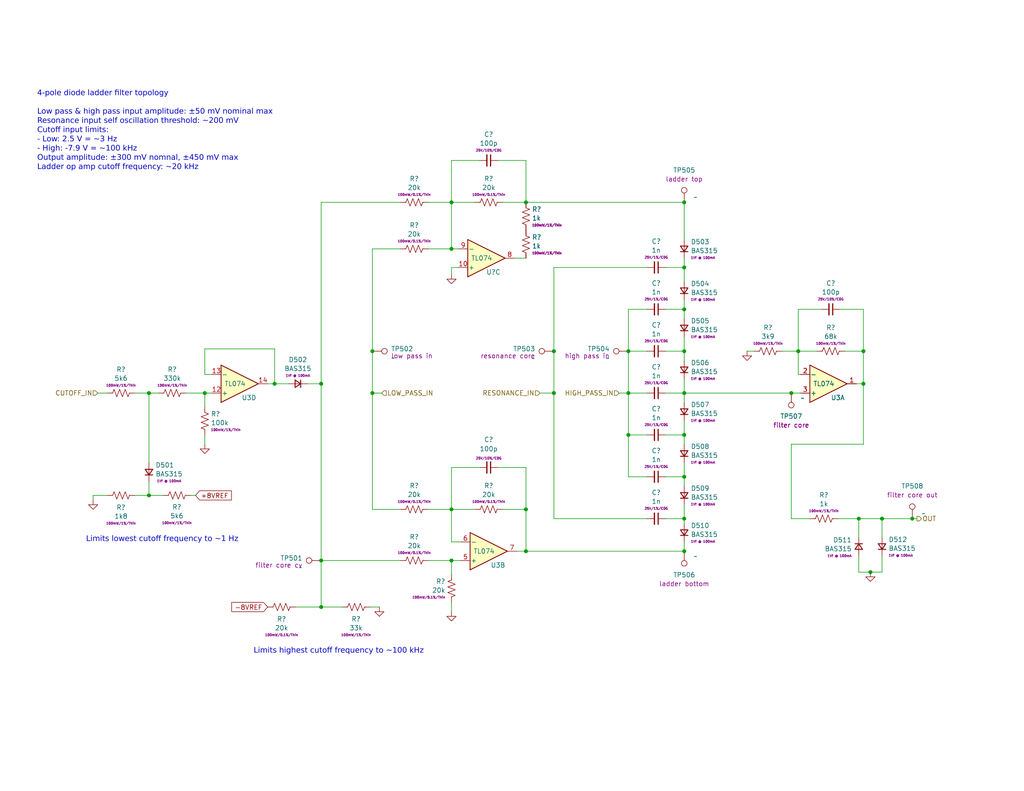
<source format=kicad_sch>
(kicad_sch (version 20250114) (generator "eeschema") (generator_version "9.0")
  (paper "USLetter")
  (title_block (title "Neptune") (date "2023-11-09") (rev "v3") (company "Winterbloom") (comment 1 "Carson Walls") (comment 2 "CERN-OHL-P v2") (comment 3 "neptune.wntr.dev"))
  (lib_symbols
    (symbol "Connector:TestPoint" (pin_numbers (hide yes)) (pin_names (offset 0.762) (hide yes))
      (property "Reference" "TP" (at 0 6.858 0))
      (property "Value" "TestPoint" (at 0 5.08 0))
      (symbol "TestPoint_0_1"
        (circle (center 0 3.302) (radius 0.762))
      )
      (symbol "TestPoint_1_1"
        (pin passive line (at 0 0 90) (length 2.54) (name "1") (number "1"))
      )
    )
    (symbol "Device:C_Small" (pin_numbers (hide yes)) (pin_names (offset 0.254) (hide yes))
      (property "Reference" "C" (at 0.254 1.778 0))
      (property "Value" "C_Small" (at 0.254 -2.032 0))
      (symbol "C_Small_0_1"
        (polyline (pts (xy -1.524 0.508) (xy 1.524 0.508)) (stroke (width 0.3048)))
        (polyline (pts (xy -1.524 -0.508) (xy 1.524 -0.508)) (stroke (width 0.3302)))
      )
      (symbol "C_Small_1_1"
        (pin passive line (at 0 2.54 270) (length 2.032) (name "~") (number "1"))
        (pin passive line (at 0 -2.54 90) (length 2.032) (name "~") (number "2"))
      )
    )
    (symbol "Device:D_Small" (pin_numbers (hide yes)) (pin_names (offset 0.254) (hide yes))
      (property "Reference" "D" (at -1.27 2.032 0))
      (property "Value" "D_Small" (at -3.81 -2.032 0))
      (symbol "D_Small_0_1"
        (polyline (pts (xy -0.762 0) (xy 0.762 0)))
        (polyline (pts (xy -0.762 -1.016) (xy -0.762 1.016)) (stroke (width 0.254)))
        (polyline (pts (xy 0.762 -1.016) (xy -0.762 0) (xy 0.762 1.016) (xy 0.762 -1.016)) (stroke (width 0.254)))
      )
      (symbol "D_Small_1_1"
        (pin passive line (at -2.54 0 0) (length 1.778) (name "K") (number "1"))
        (pin passive line (at 2.54 0 180) (length 1.778) (name "A") (number "2"))
      )
    )
    (symbol "Device:R_US" (pin_numbers (hide yes)) (pin_names (offset 0))
      (property "Reference" "R" (at 2.54 0 90))
      (property "Value" "R_US" (at -2.54 0 90))
      (symbol "R_US_0_1"
        (polyline (pts (xy 0 2.286) (xy 0 2.54)))
        (polyline (pts (xy 0 2.286) (xy 1.016 1.905) (xy 0 1.524) (xy -1.016 1.143) (xy 0 0.762)))
        (polyline (pts (xy 0 0.762) (xy 1.016 0.381) (xy 0 0) (xy -1.016 -0.381) (xy 0 -0.762)))
        (polyline (pts (xy 0 -0.762) (xy 1.016 -1.143) (xy 0 -1.524) (xy -1.016 -1.905) (xy 0 -2.286)))
        (polyline (pts (xy 0 -2.286) (xy 0 -2.54)))
      )
      (symbol "R_US_1_1"
        (pin passive line (at 0 3.81 270) (length 1.27) (name "~") (number "1"))
        (pin passive line (at 0 -3.81 90) (length 1.27) (name "~") (number "2"))
      )
    )
    (symbol "power:GND" (power) (pin_names (offset 0))
      (property "Value" "GND" (at 0 -3.81 0))
      (symbol "GND_0_1"
        (polyline (pts (xy 0 0) (xy 0 -1.27) (xy 1.27 -1.27) (xy 0 -2.54) (xy -1.27 -1.27) (xy 0 -1.27)))
      )
      (symbol "GND_1_1"
        (pin power_in line (at 0 0 270) (length 0) (hide yes) (name "GND") (number "1"))
      )
    )
    (symbol "winterbloom:TL074" (pin_names (offset 0.127))
      (property "Reference" "U" (at 0 3.81 0))
      (property "Value" "TL074" (at 0 -3.81 0))
      (symbol "TL074_1_1"
        (polyline (pts (xy -5.08 5.08) (xy 5.08 0) (xy -5.08 -5.08) (xy -5.08 5.08)) (stroke (width 0.254)) (fill (type background)))
        (pin input line (at -7.62 2.54 0) (length 2.54) (name "+") (number "3"))
        (pin input line (at -7.62 -2.54 0) (length 2.54) (name "-") (number "2"))
        (pin output line (at 7.62 0 180) (length 2.54) (name "~") (number "1"))
      )
      (symbol "TL074_2_1"
        (polyline (pts (xy -5.08 5.08) (xy 5.08 0) (xy -5.08 -5.08) (xy -5.08 5.08)) (stroke (width 0.254)) (fill (type background)))
        (pin input line (at -7.62 2.54 0) (length 2.54) (name "+") (number "5"))
        (pin input line (at -7.62 -2.54 0) (length 2.54) (name "-") (number "6"))
        (pin output line (at 7.62 0 180) (length 2.54) (name "~") (number "7"))
      )
      (symbol "TL074_3_1"
        (polyline (pts (xy -5.08 5.08) (xy 5.08 0) (xy -5.08 -5.08) (xy -5.08 5.08)) (stroke (width 0.254)) (fill (type background)))
        (pin input line (at -7.62 2.54 0) (length 2.54) (name "+") (number "10"))
        (pin input line (at -7.62 -2.54 0) (length 2.54) (name "-") (number "9"))
        (pin output line (at 7.62 0 180) (length 2.54) (name "~") (number "8"))
      )
      (symbol "TL074_4_1"
        (polyline (pts (xy -5.08 5.08) (xy 5.08 0) (xy -5.08 -5.08) (xy -5.08 5.08)) (stroke (width 0.254)) (fill (type background)))
        (pin input line (at -7.62 2.54 0) (length 2.54) (name "+") (number "12"))
        (pin input line (at -7.62 -2.54 0) (length 2.54) (name "-") (number "13"))
        (pin output line (at 7.62 0 180) (length 2.54) (name "~") (number "14"))
      )
      (symbol "TL074_5_1"
        (polyline (pts (xy -5.08 5.08) (xy 5.08 0) (xy -5.08 -5.08) (xy -5.08 5.08)) (stroke (width 0.254)) (fill (type background)))
        (pin power_in line (at -2.54 7.62 270) (length 3.81) (name "V+") (number "4"))
        (pin power_in line (at -2.54 -7.62 90) (length 3.81) (name "V-") (number "11"))
      )
    )
  )
  (text "4-pole diode ladder filter topology\n\nLow pass & high pass input amplitude: ±50 mV nominal max\nResonance input self oscillation threshold: ~200 mV\nCutoff input limits:\n- Low: 2.5 V = ~3 Hz\n- High: -7.9 V = ~100 kHz\nOutput amplitude: ±300 mV nomnal, ±450 mV max\nLadder op amp cutoff frequency: ~20 kHz\n\n\n" (at 10.16 52.07 0) (effects (font (size 1.5 1.5)) (justify left bottom)))
  (text "Limits highest cutoff frequency to ~100 kHz" (at 69.215 179.07 0) (effects (font (size 1.5 1.5)) (justify left bottom)))
  (text "Limits lowest cutoff frequency to ~1 Hz" (at 23.495 148.59 0) (effects (font (size 1.5 1.5)) (justify left bottom)))
  (junction (at 186.69 84.455))
  (junction (at 143.51 150.495))
  (junction (at 40.64 107.315))
  (junction (at 215.9 107.315))
  (junction (at 123.19 67.945))
  (junction (at 186.69 150.495))
  (junction (at 186.69 118.745))
  (junction (at 248.92 141.605))
  (junction (at 171.45 107.315))
  (junction (at 186.69 141.605))
  (junction (at 186.69 73.025))
  (junction (at 186.69 55.245))
  (junction (at 151.13 95.885))
  (junction (at 87.63 165.735))
  (junction (at 55.88 107.315))
  (junction (at 240.665 141.605))
  (junction (at 123.19 139.065))
  (junction (at 87.63 153.035))
  (junction (at 234.315 141.605))
  (junction (at 235.585 104.775))
  (junction (at 123.19 153.035))
  (junction (at 217.805 95.885))
  (junction (at 186.69 130.175))
  (junction (at 237.49 156.21))
  (junction (at 87.63 104.775))
  (junction (at 143.51 55.245))
  (junction (at 171.45 118.745))
  (junction (at 186.69 95.885))
  (junction (at 101.6 107.315))
  (junction (at 186.69 107.315))
  (junction (at 171.45 95.885))
  (junction (at 123.19 55.245))
  (junction (at 101.6 95.885))
  (junction (at 151.13 107.315))
  (junction (at 40.64 135.255))
  (junction (at 235.585 95.885))
  (junction (at 143.51 139.065))
  (junction (at 74.93 104.775))
  (wire (pts (xy 234.315 141.605) (xy 234.315 146.685)))
  (wire (pts (xy 171.45 84.455) (xy 171.45 95.885)))
  (wire (pts (xy 234.315 151.765) (xy 234.315 156.21)))
  (wire (pts (xy 215.9 141.605) (xy 215.9 121.285)))
  (wire (pts (xy 25.4 135.255) (xy 29.21 135.255)))
  (wire (pts (xy 116.84 153.035) (xy 123.19 153.035)))
  (wire (pts (xy 55.88 107.315) (xy 55.88 111.125)))
  (wire (pts (xy 248.92 141.605) (xy 250.19 141.605)))
  (wire (pts (xy 101.6 139.065) (xy 109.22 139.065)))
  (wire (pts (xy 228.6 141.605) (xy 234.315 141.605)))
  (wire (pts (xy 143.51 55.245) (xy 186.69 55.245)))
  (wire (pts (xy 55.88 118.745) (xy 55.88 121.285)))
  (wire (pts (xy 123.19 139.065) (xy 129.54 139.065)))
  (wire (pts (xy 123.19 164.465) (xy 123.19 167.005)))
  (wire (pts (xy 123.19 43.815) (xy 123.19 55.245)))
  (wire (pts (xy 186.69 141.605) (xy 186.69 142.875)))
  (wire (pts (xy 217.805 102.235) (xy 218.44 102.235)))
  (wire (pts (xy 240.665 156.21) (xy 240.665 151.765)))
  (wire (pts (xy 123.19 55.245) (xy 129.54 55.245)))
  (wire (pts (xy 104.14 107.315) (xy 101.6 107.315)))
  (wire (pts (xy 80.645 165.735) (xy 87.63 165.735)))
  (wire (pts (xy 74.93 95.25) (xy 74.93 104.775)))
  (wire (pts (xy 151.13 73.025) (xy 151.13 95.885)))
  (wire (pts (xy 123.19 67.945) (xy 125.095 67.945)))
  (wire (pts (xy 123.19 153.035) (xy 125.73 153.035)))
  (wire (pts (xy 186.69 55.245) (xy 186.69 65.405)))
  (wire (pts (xy 130.81 127.635) (xy 123.19 127.635)))
  (wire (pts (xy 36.83 107.315) (xy 40.64 107.315)))
  (wire (pts (xy 101.6 107.315) (xy 101.6 139.065)))
  (wire (pts (xy 181.61 73.025) (xy 186.69 73.025)))
  (wire (pts (xy 50.8 107.315) (xy 55.88 107.315)))
  (wire (pts (xy 217.805 95.885) (xy 222.885 95.885)))
  (wire (pts (xy 137.16 55.245) (xy 143.51 55.245)))
  (wire (pts (xy 87.63 153.035) (xy 87.63 165.735)))
  (wire (pts (xy 181.61 118.745) (xy 186.69 118.745)))
  (wire (pts (xy 143.51 139.065) (xy 143.51 127.635)))
  (wire (pts (xy 123.19 127.635) (xy 123.19 139.065)))
  (wire (pts (xy 233.68 104.775) (xy 235.585 104.775)))
  (wire (pts (xy 116.84 67.945) (xy 123.19 67.945)))
  (wire (pts (xy 171.45 107.315) (xy 176.53 107.315)))
  (wire (pts (xy 186.69 107.315) (xy 186.69 109.855)))
  (wire (pts (xy 186.69 130.175) (xy 186.69 132.715)))
  (wire (pts (xy 143.51 150.495) (xy 186.69 150.495)))
  (wire (pts (xy 237.49 156.21) (xy 240.665 156.21)))
  (wire (pts (xy 87.63 153.035) (xy 109.22 153.035)))
  (wire (pts (xy 140.335 70.485) (xy 143.51 70.485)))
  (wire (pts (xy 151.13 95.885) (xy 151.13 107.315)))
  (wire (pts (xy 101.6 67.945) (xy 101.6 95.885)))
  (wire (pts (xy 55.88 107.315) (xy 57.785 107.315)))
  (wire (pts (xy 143.51 127.635) (xy 135.89 127.635)))
  (wire (pts (xy 87.63 55.245) (xy 87.63 104.775)))
  (wire (pts (xy 215.9 107.315) (xy 218.44 107.315)))
  (wire (pts (xy 147.32 107.315) (xy 151.13 107.315)))
  (wire (pts (xy 44.45 135.255) (xy 40.64 135.255)))
  (wire (pts (xy 74.93 95.25) (xy 55.88 95.25)))
  (wire (pts (xy 52.07 135.255) (xy 53.34 135.255)))
  (wire (pts (xy 181.61 95.885) (xy 186.69 95.885)))
  (wire (pts (xy 217.805 84.455) (xy 224.155 84.455)))
  (wire (pts (xy 73.025 104.775) (xy 74.93 104.775)))
  (wire (pts (xy 217.805 95.885) (xy 217.805 84.455)))
  (wire (pts (xy 186.69 92.075) (xy 186.69 95.885)))
  (wire (pts (xy 186.69 73.025) (xy 186.69 76.835)))
  (wire (pts (xy 215.9 121.285) (xy 235.585 121.285)))
  (wire (pts (xy 186.69 70.485) (xy 186.69 73.025)))
  (wire (pts (xy 235.585 95.885) (xy 235.585 104.775)))
  (wire (pts (xy 140.97 150.495) (xy 143.51 150.495)))
  (wire (pts (xy 87.63 104.775) (xy 87.63 153.035)))
  (wire (pts (xy 176.53 130.175) (xy 171.45 130.175)))
  (wire (pts (xy 181.61 130.175) (xy 186.69 130.175)))
  (wire (pts (xy 171.45 95.885) (xy 171.45 107.315)))
  (wire (pts (xy 151.13 73.025) (xy 176.53 73.025)))
  (wire (pts (xy 116.84 55.245) (xy 123.19 55.245)))
  (wire (pts (xy 40.64 131.445) (xy 40.64 135.255)))
  (wire (pts (xy 171.45 107.315) (xy 171.45 118.745)))
  (wire (pts (xy 123.19 73.025) (xy 125.095 73.025)))
  (wire (pts (xy 123.19 74.93) (xy 123.19 73.025)))
  (wire (pts (xy 74.93 104.775) (xy 78.74 104.775)))
  (wire (pts (xy 137.16 139.065) (xy 143.51 139.065)))
  (wire (pts (xy 186.69 107.315) (xy 215.9 107.315)))
  (wire (pts (xy 101.6 67.945) (xy 109.22 67.945)))
  (wire (pts (xy 123.19 153.035) (xy 123.19 156.845)))
  (wire (pts (xy 186.69 81.915) (xy 186.69 84.455)))
  (wire (pts (xy 130.81 43.815) (xy 123.19 43.815)))
  (wire (pts (xy 181.61 107.315) (xy 186.69 107.315)))
  (wire (pts (xy 186.69 98.425) (xy 186.69 95.885)))
  (wire (pts (xy 186.69 137.795) (xy 186.69 141.605)))
  (wire (pts (xy 186.69 126.365) (xy 186.69 130.175)))
  (wire (pts (xy 55.88 102.235) (xy 57.785 102.235)))
  (wire (pts (xy 171.45 118.745) (xy 171.45 130.175)))
  (wire (pts (xy 36.83 135.255) (xy 40.64 135.255)))
  (wire (pts (xy 205.74 95.885) (xy 203.835 95.885)))
  (wire (pts (xy 93.345 165.735) (xy 87.63 165.735)))
  (wire (pts (xy 151.13 107.315) (xy 151.13 141.605)))
  (wire (pts (xy 116.84 139.065) (xy 123.19 139.065)))
  (wire (pts (xy 176.53 118.745) (xy 171.45 118.745)))
  (wire (pts (xy 40.64 107.315) (xy 40.64 126.365)))
  (wire (pts (xy 143.51 43.815) (xy 135.89 43.815)))
  (wire (pts (xy 176.53 95.885) (xy 171.45 95.885)))
  (wire (pts (xy 101.6 95.885) (xy 101.6 107.315)))
  (wire (pts (xy 43.18 107.315) (xy 40.64 107.315)))
  (wire (pts (xy 235.585 121.285) (xy 235.585 104.775)))
  (wire (pts (xy 176.53 141.605) (xy 151.13 141.605)))
  (wire (pts (xy 235.585 84.455) (xy 235.585 95.885)))
  (wire (pts (xy 186.69 150.495) (xy 186.69 147.955)))
  (wire (pts (xy 109.22 55.245) (xy 87.63 55.245)))
  (wire (pts (xy 230.505 95.885) (xy 235.585 95.885)))
  (wire (pts (xy 229.235 84.455) (xy 235.585 84.455)))
  (wire (pts (xy 213.36 95.885) (xy 217.805 95.885)))
  (wire (pts (xy 181.61 84.455) (xy 186.69 84.455)))
  (wire (pts (xy 168.91 107.315) (xy 171.45 107.315)))
  (wire (pts (xy 215.9 141.605) (xy 220.98 141.605)))
  (wire (pts (xy 186.69 114.935) (xy 186.69 118.745)))
  (wire (pts (xy 83.82 104.775) (xy 87.63 104.775)))
  (wire (pts (xy 100.965 165.735) (xy 103.505 165.735)))
  (wire (pts (xy 143.51 139.065) (xy 143.51 150.495)))
  (wire (pts (xy 186.69 84.455) (xy 186.69 86.995)))
  (wire (pts (xy 25.4 135.255) (xy 25.4 136.525)))
  (wire (pts (xy 123.19 139.065) (xy 123.19 147.955)))
  (wire (pts (xy 181.61 141.605) (xy 186.69 141.605)))
  (wire (pts (xy 248.92 141.605) (xy 240.665 141.605)))
  (wire (pts (xy 234.315 156.21) (xy 237.49 156.21)))
  (wire (pts (xy 26.67 107.315) (xy 29.21 107.315)))
  (wire (pts (xy 217.805 95.885) (xy 217.805 102.235)))
  (wire (pts (xy 240.665 141.605) (xy 240.665 146.685)))
  (wire (pts (xy 186.69 103.505) (xy 186.69 107.315)))
  (wire (pts (xy 55.88 95.25) (xy 55.88 102.235)))
  (wire (pts (xy 143.51 55.245) (xy 143.51 43.815)))
  (wire (pts (xy 186.69 118.745) (xy 186.69 121.285)))
  (wire (pts (xy 123.19 55.245) (xy 123.19 67.945)))
  (wire (pts (xy 125.73 147.955) (xy 123.19 147.955)))
  (wire (pts (xy 176.53 84.455) (xy 171.45 84.455)))
  (wire (pts (xy 234.315 141.605) (xy 240.665 141.605)))
  (global_label "-8VREF" (shape input) (at 73.025 165.735 180) (property "Intersheetrefs" "${INTERSHEET_REFS}" (effects (hide yes))))
  (global_label "+8VREF" (shape input) (at 53.34 135.255 0) (property "Intersheetrefs" "${INTERSHEET_REFS}" (effects (hide yes))))
  (hierarchical_label "HIGH_PASS_IN" (shape input) (at 168.91 107.315 180))
  (hierarchical_label "RESONANCE_IN" (shape input) (at 147.32 107.315 180))
  (hierarchical_label "LOW_PASS_IN" (shape input) (at 104.14 107.315 0))
  (hierarchical_label "CUTOFF_IN" (shape input) (at 26.67 107.315 180))
  (hierarchical_label "OUT" (shape output) (at 250.19 141.605 0))
  (symbol (lib_id "Device:R_US") (at 113.03 153.035 270) (unit 1)
    (property "Reference" "R511" (at 113.03 146.5911 90))
    (property "Value" "20k" (at 113.03 149.0153 90))
    (property "Footprint" "winterbloom:R_0603_HandSolder" (effects (hide yes)))
    (property "Rating" "100mW/0.1%/Thin" (at 113.03 150.9327 90) (effects (font (size 0.64 0.64))))
    (property "DigiKey" "YAG1582CT-ND" (effects (hide yes)))
    (property "LCSC" "C723637" (effects (hide yes)))
    (property "Substitutes Allowed" "Ask" (effects (hide yes)))
    (property "MPN" "RT0603BRD0720KL" (effects (hide yes)))
    (instances (project "board" (path "" (reference "R?") (unit 1))) (project "mainboard" (path "" (reference "R511") (unit 1))))
  )
  (symbol (lib_id "Device:C_Small") (at 179.07 84.455 270) (unit 1)
    (property "Reference" "C504" (at 179.0636 77.338 90))
    (property "Value" "1n" (at 179.0636 79.7622 90))
    (property "Footprint" "winterbloom:C_0603_HandSolder" (effects (hide yes)))
    (property "Notes" "0603, 25V+, 1%" (effects (hide yes)))
    (property "Rating" "25V/1%/C0G" (at 179.0636 81.6796 90) (effects (font (size 0.64 0.64))))
    (property "DigiKey" "490-GCM1885C2A102FA16DCT-ND" (effects (hide yes)))
    (property "LCSC" "C2219251" (effects (hide yes)))
    (property "MPN" "GCM1885C2A102FA16D" (effects (hide yes)))
    (property "Substitutes Allowed" "Ask" (effects (hide yes)))
    (instances (project "board" (path "" (reference "C?") (unit 1))) (project "mainboard" (path "" (reference "C504") (unit 1))))
  )
  (symbol (lib_id "Device:D_Small") (at 186.69 123.825 270) (mirror x) (unit 1)
    (property "Reference" "D508" (at 188.468 121.9076 90) (effects (justify left)))
    (property "Value" "BAS315" (at 188.468 124.3318 90) (effects (justify left)))
    (property "Footprint" "winterbloom:D_SOD-323" (effects (hide yes)))
    (property "MPN" "BAS316,115" (effects (hide yes)))
    (property "Rating" "1Vf @ 100mA" (at 188.468 126.2492 90) (effects (font (size 0.64 0.64)) (justify left)))
    (property "Notes" "Audio path" (effects (hide yes)))
    (property "DigiKey" "1727-4309-2-ND" (effects (hide yes)))
    (property "LCSC" "C109218" (effects (hide yes)))
    (property "Substitutes Allowed" "No" (effects (hide yes)))
    (instances (project "mainboard" (path "" (reference "D508") (unit 1))) (project "Diode_Ladder_Filter_V0.5" (path "" (reference "D?") (unit 1))))
  )
  (symbol (lib_id "Connector:TestPoint") (at 151.13 95.885 90) (mirror x) (unit 1)
    (property "Reference" "TP503" (at 146.05 95.25 90) (effects (justify left)))
    (property "Value" "~" (at 146.05 97.79 90) (effects (justify left)))
    (property "Footprint" "TestPoint:TestPoint_Pad_D1.5mm" (effects (hide yes)))
    (property "Name" "resonance core" (at 146.05 97.155 90) (effects (justify left)))
  )
  (symbol (lib_id "Device:C_Small") (at 179.07 141.605 270) (unit 1)
    (property "Reference" "C509" (at 179.0636 134.488 90))
    (property "Value" "1n" (at 179.0636 136.9122 90))
    (property "Footprint" "winterbloom:C_0603_HandSolder" (effects (hide yes)))
    (property "Notes" "0603, 25V+, 1%" (effects (hide yes)))
    (property "Rating" "25V/1%/C0G" (at 179.0636 138.8296 90) (effects (font (size 0.64 0.64))))
    (property "DigiKey" "490-GCM1885C2A102FA16DCT-ND" (effects (hide yes)))
    (property "LCSC" "C2219251" (effects (hide yes)))
    (property "MPN" "GCM1885C2A102FA16D" (effects (hide yes)))
    (property "Substitutes Allowed" "Ask" (effects (hide yes)))
    (instances (project "board" (path "" (reference "C?") (unit 1))) (project "mainboard" (path "" (reference "C509") (unit 1))))
  )
  (symbol (lib_id "Device:R_US") (at 133.35 139.065 270) (unit 1)
    (property "Reference" "R514" (at 133.35 132.6211 90))
    (property "Value" "20k" (at 133.35 135.0453 90))
    (property "Footprint" "winterbloom:R_0603_HandSolder" (effects (hide yes)))
    (property "Rating" "100mW/0.1%/Thin" (at 133.35 136.9627 90) (effects (font (size 0.64 0.64))))
    (property "DigiKey" "YAG1582CT-ND" (effects (hide yes)))
    (property "LCSC" "C723637" (effects (hide yes)))
    (property "Substitutes Allowed" "Ask" (effects (hide yes)))
    (property "MPN" "RT0603BRD0720KL" (effects (hide yes)))
    (instances (project "board" (path "" (reference "R?") (unit 1))) (project "mainboard" (path "" (reference "R514") (unit 1))))
  )
  (symbol (lib_id "Device:R_US") (at 224.79 141.605 90) (unit 1)
    (property "Reference" "R519" (at 224.79 135.1611 90))
    (property "Value" "1k" (at 224.79 137.5853 90))
    (property "Footprint" "winterbloom:R_0603_HandSolder" (effects (hide yes)))
    (property "Rating" "100mW/1%/Thin" (at 224.79 139.5027 90) (effects (font (size 0.64 0.64))))
    (property "DigiKey" "YAG2323TR-ND" (effects (hide yes)))
    (property "LCSC" "C375503" (effects (hide yes)))
    (property "Substitutes Allowed" "Yes" (effects (hide yes)))
    (property "MPN" "RT0603FRE071KL" (effects (hide yes)))
    (instances (project "board" (path "" (reference "R?") (unit 1))) (project "mainboard" (path "" (reference "R519") (unit 1))))
  )
  (symbol (lib_id "Connector:TestPoint") (at 101.6 95.885 270) (unit 1)
    (property "Reference" "TP502" (at 106.68 95.25 90) (effects (justify left)))
    (property "Value" "~" (at 106.68 97.79 90) (effects (justify left)))
    (property "Footprint" "TestPoint:TestPoint_Pad_D1.5mm" (effects (hide yes)))
    (property "Name" "low pass in" (at 106.68 97.155 90) (effects (justify left)))
  )
  (symbol (lib_id "Device:C_Small") (at 179.07 130.175 270) (unit 1)
    (property "Reference" "C508" (at 179.0636 123.058 90))
    (property "Value" "1n" (at 179.0636 125.4822 90))
    (property "Footprint" "winterbloom:C_0603_HandSolder" (effects (hide yes)))
    (property "Notes" "0603, 25V+, 1%" (effects (hide yes)))
    (property "Rating" "25V/1%/C0G" (at 179.0636 127.3996 90) (effects (font (size 0.64 0.64))))
    (property "DigiKey" "490-GCM1885C2A102FA16DCT-ND" (effects (hide yes)))
    (property "LCSC" "C2219251" (effects (hide yes)))
    (property "MPN" "GCM1885C2A102FA16D" (effects (hide yes)))
    (property "Substitutes Allowed" "Ask" (effects (hide yes)))
    (instances (project "board" (path "" (reference "C?") (unit 1))) (project "mainboard" (path "" (reference "C508") (unit 1))))
  )
  (symbol (lib_id "Device:R_US") (at 113.03 67.945 270) (unit 1)
    (property "Reference" "R509" (at 113.03 61.5011 90))
    (property "Value" "20k" (at 113.03 63.9253 90))
    (property "Footprint" "winterbloom:R_0603_HandSolder" (effects (hide yes)))
    (property "Rating" "100mW/0.1%/Thin" (at 113.03 65.8427 90) (effects (font (size 0.64 0.64))))
    (property "DigiKey" "YAG1582CT-ND" (effects (hide yes)))
    (property "LCSC" "C723637" (effects (hide yes)))
    (property "Substitutes Allowed" "Ask" (effects (hide yes)))
    (property "MPN" "RT0603BRD0720KL" (effects (hide yes)))
    (instances (project "board" (path "" (reference "R?") (unit 1))) (project "mainboard" (path "" (reference "R509") (unit 1))))
  )
  (symbol (lib_id "Device:R_US") (at 113.03 55.245 270) (unit 1)
    (property "Reference" "R508" (at 113.03 48.8011 90))
    (property "Value" "20k" (at 113.03 51.2253 90))
    (property "Footprint" "winterbloom:R_0603_HandSolder" (effects (hide yes)))
    (property "Rating" "100mW/0.1%/Thin" (at 113.03 53.1427 90) (effects (font (size 0.64 0.64))))
    (property "DigiKey" "YAG1582CT-ND" (effects (hide yes)))
    (property "LCSC" "C723637" (effects (hide yes)))
    (property "Substitutes Allowed" "Ask" (effects (hide yes)))
    (property "MPN" "RT0603BRD0720KL" (effects (hide yes)))
    (instances (project "board" (path "" (reference "R?") (unit 1))) (project "mainboard" (path "" (reference "R508") (unit 1))))
  )
  (symbol (lib_id "Device:D_Small") (at 186.69 67.945 270) (mirror x) (unit 1)
    (property "Reference" "D503" (at 188.468 66.0276 90) (effects (justify left)))
    (property "Value" "BAS315" (at 188.468 68.4518 90) (effects (justify left)))
    (property "Footprint" "winterbloom:D_SOD-323" (effects (hide yes)))
    (property "MPN" "BAS316,115" (effects (hide yes)))
    (property "Rating" "1Vf @ 100mA" (at 188.468 70.3692 90) (effects (font (size 0.64 0.64)) (justify left)))
    (property "Notes" "Audio path" (effects (hide yes)))
    (property "DigiKey" "1727-4309-2-ND" (effects (hide yes)))
    (property "LCSC" "C109218" (effects (hide yes)))
    (property "Substitutes Allowed" "No" (effects (hide yes)))
    (instances (project "mainboard" (path "" (reference "D503") (unit 1))) (project "Diode_Ladder_Filter_V0.5" (path "" (reference "D?") (unit 1))))
  )
  (symbol (lib_id "Connector:TestPoint") (at 215.9 107.315 0) (mirror x) (unit 1)
    (property "Reference" "TP507" (at 215.9 113.665 0))
    (property "Value" "~" (at 218.44 108.712 0) (effects (justify left)))
    (property "Footprint" "TestPoint:TestPoint_Pad_D1.5mm" (effects (hide yes)))
    (property "Name" "filter core" (at 215.9 116.078 0))
  )
  (symbol (lib_id "Device:R_US") (at 97.155 165.735 270) (unit 1)
    (property "Reference" "R507" (at 97.155 169.0134 90))
    (property "Value" "33k" (at 97.155 171.4376 90))
    (property "Footprint" "winterbloom:R_0603_HandSolder" (effects (hide yes)))
    (property "Rating" "100mW/1%/Thin" (at 97.155 173.355 90) (effects (font (size 0.64 0.64))))
    (property "DigiKey" "YAG5959CT-ND" (effects (hide yes)))
    (property "LCSC" "C706162" (effects (hide yes)))
    (property "Substitutes Allowed" "Yes" (effects (hide yes)))
    (property "MPN" "RT0603FRE0733KL" (effects (hide yes)))
    (instances (project "board" (path "" (reference "R?") (unit 1))) (project "mainboard" (path "" (reference "R507") (unit 1))))
  )
  (symbol (lib_id "Device:R_US") (at 113.03 139.065 270) (unit 1)
    (property "Reference" "R510" (at 113.03 132.6211 90))
    (property "Value" "20k" (at 113.03 135.0453 90))
    (property "Footprint" "winterbloom:R_0603_HandSolder" (effects (hide yes)))
    (property "Rating" "100mW/0.1%/Thin" (at 113.03 136.9627 90) (effects (font (size 0.64 0.64))))
    (property "DigiKey" "YAG1582CT-ND" (effects (hide yes)))
    (property "LCSC" "C723637" (effects (hide yes)))
    (property "Substitutes Allowed" "Ask" (effects (hide yes)))
    (property "MPN" "RT0603BRD0720KL" (effects (hide yes)))
    (instances (project "board" (path "" (reference "R?") (unit 1))) (project "mainboard" (path "" (reference "R510") (unit 1))))
  )
  (symbol (lib_id "Device:C_Small") (at 179.07 107.315 270) (unit 1)
    (property "Reference" "C506" (at 179.0636 100.198 90))
    (property "Value" "1n" (at 179.0636 102.6222 90))
    (property "Footprint" "winterbloom:C_0603_HandSolder" (effects (hide yes)))
    (property "Notes" "0603, 25V+, 1%" (effects (hide yes)))
    (property "Rating" "25V/1%/C0G" (at 179.0636 104.5396 90) (effects (font (size 0.64 0.64))))
    (property "DigiKey" "490-GCM1885C2A102FA16DCT-ND" (effects (hide yes)))
    (property "LCSC" "C2219251" (effects (hide yes)))
    (property "MPN" "GCM1885C2A102FA16D" (effects (hide yes)))
    (property "Substitutes Allowed" "Ask" (effects (hide yes)))
    (instances (project "board" (path "" (reference "C?") (unit 1))) (project "mainboard" (path "" (reference "C506") (unit 1))))
  )
  (symbol (lib_id "Device:R_US") (at 55.88 114.935 0) (unit 1)
    (property "Reference" "R505" (at 57.531 113.0176 0) (effects (justify left)))
    (property "Value" "100k" (at 57.531 115.4418 0) (effects (justify left)))
    (property "Footprint" "winterbloom:R_0603_HandSolder" (effects (hide yes)))
    (property "Rating" "100mW/1%/Thin" (at 57.531 117.3592 0) (effects (font (size 0.64 0.64)) (justify left)))
    (property "DigiKey" "13-RT0603FRE13100KLTR-ND" (effects (hide yes)))
    (property "LCSC" "C4107493" (effects (hide yes)))
    (property "Substitutes Allowed" "Yes" (effects (hide yes)))
    (property "MPN" "RT0603FRE13100KL" (effects (hide yes)))
    (instances (project "board" (path "" (reference "R?") (unit 1))) (project "mainboard" (path "" (reference "R505") (unit 1))))
  )
  (symbol (lib_id "Device:R_US") (at 123.19 160.655 0) (mirror x) (unit 1)
    (property "Reference" "R512" (at 121.539 158.7376 0) (effects (justify right)))
    (property "Value" "20k" (at 121.539 161.1618 0) (effects (justify right)))
    (property "Footprint" "winterbloom:R_0603_HandSolder" (effects (hide yes)))
    (property "Rating" "100mW/0.1%/Thin" (at 121.539 163.0792 0) (effects (font (size 0.64 0.64)) (justify right)))
    (property "DigiKey" "YAG1582CT-ND" (effects (hide yes)))
    (property "LCSC" "C723637" (effects (hide yes)))
    (property "Substitutes Allowed" "Ask" (effects (hide yes)))
    (property "MPN" "RT0603BRD0720KL" (effects (hide yes)))
    (instances (project "board" (path "" (reference "R?") (unit 1))) (project "mainboard" (path "" (reference "R512") (unit 1))))
  )
  (symbol (lib_id "Device:C_Small") (at 179.07 95.885 270) (unit 1)
    (property "Reference" "C505" (at 179.0636 88.768 90))
    (property "Value" "1n" (at 179.0636 91.1922 90))
    (property "Footprint" "winterbloom:C_0603_HandSolder" (effects (hide yes)))
    (property "Notes" "0603, 25V+, 1%" (effects (hide yes)))
    (property "Rating" "25V/1%/C0G" (at 179.0636 93.1096 90) (effects (font (size 0.64 0.64))))
    (property "DigiKey" "490-GCM1885C2A102FA16DCT-ND" (effects (hide yes)))
    (property "LCSC" "C2219251" (effects (hide yes)))
    (property "MPN" "GCM1885C2A102FA16D" (effects (hide yes)))
    (property "Substitutes Allowed" "Ask" (effects (hide yes)))
    (instances (project "board" (path "" (reference "C?") (unit 1))) (project "mainboard" (path "" (reference "C505") (unit 1))))
  )
  (symbol (lib_id "Device:D_Small") (at 186.69 135.255 270) (mirror x) (unit 1)
    (property "Reference" "D509" (at 188.468 133.3376 90) (effects (justify left)))
    (property "Value" "BAS315" (at 188.468 135.7618 90) (effects (justify left)))
    (property "Footprint" "winterbloom:D_SOD-323" (effects (hide yes)))
    (property "MPN" "BAS316,115" (effects (hide yes)))
    (property "Rating" "1Vf @ 100mA" (at 188.468 137.6792 90) (effects (font (size 0.64 0.64)) (justify left)))
    (property "Notes" "Audio path" (effects (hide yes)))
    (property "DigiKey" "1727-4309-2-ND" (effects (hide yes)))
    (property "LCSC" "C109218" (effects (hide yes)))
    (property "Substitutes Allowed" "No" (effects (hide yes)))
    (instances (project "mainboard" (path "" (reference "D509") (unit 1))) (project "Diode_Ladder_Filter_V0.5" (path "" (reference "D?") (unit 1))))
  )
  (symbol (lib_id "Device:C_Small") (at 179.07 118.745 270) (unit 1)
    (property "Reference" "C507" (at 179.0636 111.628 90))
    (property "Value" "1n" (at 179.0636 114.0522 90))
    (property "Footprint" "winterbloom:C_0603_HandSolder" (effects (hide yes)))
    (property "Notes" "0603, 25V+, 1%" (effects (hide yes)))
    (property "Rating" "25V/1%/C0G" (at 179.0636 115.9696 90) (effects (font (size 0.64 0.64))))
    (property "DigiKey" "490-GCM1885C2A102FA16DCT-ND" (effects (hide yes)))
    (property "LCSC" "C2219251" (effects (hide yes)))
    (property "MPN" "GCM1885C2A102FA16D" (effects (hide yes)))
    (property "Substitutes Allowed" "Ask" (effects (hide yes)))
    (instances (project "board" (path "" (reference "C?") (unit 1))) (project "mainboard" (path "" (reference "C507") (unit 1))))
  )
  (symbol (lib_id "power:GND") (at 103.505 165.735 0) (unit 1)
    (property "Reference" "#PWR0503" (effects (hide yes)))
    (property "Value" "GND" (effects (hide yes)))
    (instances (project "board" (path "" (reference "#PWR?") (unit 1))) (project "mainboard" (path "" (reference "#PWR0503") (unit 1))))
  )
  (symbol (lib_id "Device:R_US") (at 46.99 107.315 270) (unit 1)
    (property "Reference" "R503" (at 46.99 100.8711 90))
    (property "Value" "330k" (at 46.99 103.2953 90))
    (property "Footprint" "winterbloom:R_0603_HandSolder" (effects (hide yes)))
    (property "Rating" "100mW/1%/Thin" (at 46.99 105.2127 90) (effects (font (size 0.64 0.64))))
    (property "DigiKey" "13-RT0603FRE07330KLCT-ND" (effects (hide yes)))
    (property "LCSC" "C863745" (effects (hide yes)))
    (property "Substitutes Allowed" "Yes" (effects (hide yes)))
    (property "MPN" "RT0603FRE07330KL" (effects (hide yes)))
    (instances (project "board" (path "" (reference "R?") (unit 1))) (project "mainboard" (path "" (reference "R503") (unit 1))))
  )
  (symbol (lib_id "Device:C_Small") (at 179.07 73.025 270) (unit 1)
    (property "Reference" "C503" (at 179.0636 65.908 90))
    (property "Value" "1n" (at 179.0636 68.3322 90))
    (property "Footprint" "winterbloom:C_0603_HandSolder" (effects (hide yes)))
    (property "Notes" "0603, 25V+, 1%" (effects (hide yes)))
    (property "Rating" "25V/1%/C0G" (at 179.0636 70.2496 90) (effects (font (size 0.64 0.64))))
    (property "DigiKey" "490-GCM1885C2A102FA16DCT-ND" (effects (hide yes)))
    (property "LCSC" "C2219251" (effects (hide yes)))
    (property "MPN" "GCM1885C2A102FA16D" (effects (hide yes)))
    (property "Substitutes Allowed" "Ask" (effects (hide yes)))
    (instances (project "board" (path "" (reference "C?") (unit 1))) (project "mainboard" (path "" (reference "C503") (unit 1))))
  )
  (symbol (lib_id "Connector:TestPoint") (at 248.92 141.605 0) (unit 1)
    (property "Reference" "TP508" (at 248.92 132.715 0))
    (property "Value" "~" (at 251.46 140.208 0) (effects (justify left)))
    (property "Footprint" "TestPoint:TestPoint_Pad_D1.5mm" (effects (hide yes)))
    (property "Name" "filter core out" (at 248.92 135.1392 0))
  )
  (symbol (lib_id "Device:D_Small") (at 81.28 104.775 180) (unit 1)
    (property "Reference" "D502" (at 81.28 98.2041 0))
    (property "Value" "BAS315" (at 81.28 100.6283 0))
    (property "Footprint" "winterbloom:D_SOD-323" (effects (hide yes)))
    (property "MPN" "BAS316,115" (effects (hide yes)))
    (property "Rating" "1Vf @ 100mA" (at 81.28 102.5457 0) (effects (font (size 0.64 0.64))))
    (property "Notes" "Audio path" (effects (hide yes)))
    (property "DigiKey" "1727-4309-2-ND" (effects (hide yes)))
    (property "LCSC" "C109218" (effects (hide yes)))
    (property "Substitutes Allowed" "No" (effects (hide yes)))
    (instances (project "mainboard" (path "" (reference "D502") (unit 1))) (project "Diode_Ladder_Filter_V0.5" (path "" (reference "D?") (unit 1))))
  )
  (symbol (lib_id "winterbloom:TL074") (at 133.35 150.495 0) (mirror x) (unit 2)
    (property "Reference" "U3" (at 135.89 154.305 0))
    (property "Value" "TL074" (at 132.08 150.495 0))
    (property "Footprint" "Package_SO:TSSOP-14_4.4x5mm_P0.65mm" (effects (hide yes)))
    (property "Datasheet" "https://www.ti.com/lit/ds/symlink/tl071.pdf" (effects (hide yes)))
    (property "MPN" "TL074HIPWR" (effects (hide yes)))
    (property "DigiKey" "296-TL074HIPWRCT-ND" (effects (hide yes)))
    (property "LCSC" "C4370424" (effects (hide yes)))
    (property "Substitutes Allowed" "No" (effects (hide yes)))
    (property "Notes" "TL074H over TL074C due to better input offset voltage" (effects (hide yes)))
  )
  (symbol (lib_id "power:GND") (at 123.19 167.005 0) (unit 1)
    (property "Reference" "#PWR0505" (effects (hide yes)))
    (property "Value" "GND" (effects (hide yes)))
    (instances (project "board" (path "" (reference "#PWR?") (unit 1))) (project "mainboard" (path "" (reference "#PWR0505") (unit 1))))
  )
  (symbol (lib_id "power:GND") (at 55.88 121.285 0) (unit 1)
    (property "Reference" "#PWR0502" (effects (hide yes)))
    (property "Value" "GND" (effects (hide yes)))
    (instances (project "board" (path "" (reference "#PWR?") (unit 1))) (project "mainboard" (path "" (reference "#PWR0502") (unit 1))))
  )
  (symbol (lib_id "winterbloom:TL074") (at 65.405 104.775 0) (mirror x) (unit 4)
    (property "Reference" "U3" (at 67.945 108.585 0))
    (property "Value" "TL074" (at 64.135 104.775 0))
    (property "Footprint" "Package_SO:TSSOP-14_4.4x5mm_P0.65mm" (effects (hide yes)))
    (property "Datasheet" "https://www.ti.com/lit/ds/symlink/tl071.pdf" (effects (hide yes)))
    (property "MPN" "TL074HIPWR" (effects (hide yes)))
    (property "DigiKey" "296-TL074HIPWRCT-ND" (effects (hide yes)))
    (property "LCSC" "C4370424" (effects (hide yes)))
    (property "Substitutes Allowed" "No" (effects (hide yes)))
    (property "Notes" "TL074H over TL074C due to better input offset voltage" (effects (hide yes)))
  )
  (symbol (lib_id "Device:C_Small") (at 133.35 43.815 270) (unit 1)
    (property "Reference" "C501" (at 133.3436 36.698 90))
    (property "Value" "100p" (at 133.3436 39.1222 90))
    (property "Footprint" "winterbloom:C_0603_HandSolder" (effects (hide yes)))
    (property "Rating" "25V/10%/C0G" (at 133.3436 41.0396 90) (effects (font (size 0.64 0.64))))
    (property "DigiKey" "1276-1008-1-ND" (effects (hide yes)))
    (property "LCSC" "C14858" (effects (hide yes)))
    (property "MPN" "CL10C101JB8NNNC" (effects (hide yes)))
    (property "Substitutes Allowed" "Yes" (effects (hide yes)))
    (instances (project "board" (path "" (reference "C?") (unit 1))) (project "mainboard" (path "" (reference "C501") (unit 1))))
  )
  (symbol (lib_id "Device:D_Small") (at 40.64 128.905 90) (unit 1)
    (property "Reference" "D501" (at 42.418 126.9876 90) (effects (justify right)))
    (property "Value" "BAS315" (at 42.418 129.4118 90) (effects (justify right)))
    (property "Footprint" "winterbloom:D_SOD-323" (effects (hide yes)))
    (property "MPN" "BAS316,115" (effects (hide yes)))
    (property "Rating" "1Vf @ 100mA" (at 46.1275 131.3292 90) (effects (font (size 0.64 0.64))))
    (property "Notes" "Clipping diode" (effects (hide yes)))
    (property "DigiKey" "1727-4309-2-ND" (effects (hide yes)))
    (property "LCSC" "C109218" (effects (hide yes)))
    (property "Substitutes Allowed" "No" (effects (hide yes)))
    (instances (project "mainboard" (path "" (reference "D501") (unit 1))) (project "Diode_Ladder_Filter_V0.5" (path "" (reference "D?") (unit 1))))
  )
  (symbol (lib_id "power:GND") (at 25.4 136.525 0) (unit 1)
    (property "Reference" "#PWR0501" (effects (hide yes)))
    (property "Value" "GND" (effects (hide yes)))
    (instances (project "board" (path "" (reference "#PWR?") (unit 1))) (project "mainboard" (path "" (reference "#PWR0501") (unit 1))))
  )
  (symbol (lib_id "Device:R_US") (at 143.51 66.675 0) (unit 1)
    (property "Reference" "R516" (at 145.161 64.7576 0) (effects (justify left)))
    (property "Value" "1k" (at 145.161 67.1818 0) (effects (justify left)))
    (property "Footprint" "winterbloom:R_0603_HandSolder" (effects (hide yes)))
    (property "Rating" "100mW/1%/Thin" (at 145.161 69.0992 0) (effects (font (size 0.64 0.64)) (justify left)))
    (property "DigiKey" "YAG2323TR-ND" (effects (hide yes)))
    (property "LCSC" "C375503" (effects (hide yes)))
    (property "Substitutes Allowed" "Yes" (effects (hide yes)))
    (property "MPN" "RT0603FRE071KL" (effects (hide yes)))
    (instances (project "board" (path "" (reference "R?") (unit 1))) (project "mainboard" (path "" (reference "R516") (unit 1))))
  )
  (symbol (lib_id "Device:D_Small") (at 186.69 112.395 270) (mirror x) (unit 1)
    (property "Reference" "D507" (at 188.468 110.4776 90) (effects (justify left)))
    (property "Value" "BAS315" (at 188.468 112.9018 90) (effects (justify left)))
    (property "Footprint" "winterbloom:D_SOD-323" (effects (hide yes)))
    (property "MPN" "BAS316,115" (effects (hide yes)))
    (property "Rating" "1Vf @ 100mA" (at 188.468 114.8192 90) (effects (font (size 0.64 0.64)) (justify left)))
    (property "Notes" "Audio path" (effects (hide yes)))
    (property "DigiKey" "1727-4309-2-ND" (effects (hide yes)))
    (property "LCSC" "C109218" (effects (hide yes)))
    (property "Substitutes Allowed" "No" (effects (hide yes)))
    (instances (project "mainboard" (path "" (reference "D507") (unit 1))) (project "Diode_Ladder_Filter_V0.5" (path "" (reference "D?") (unit 1))))
  )
  (symbol (lib_id "Connector:TestPoint") (at 171.45 95.885 90) (mirror x) (unit 1)
    (property "Reference" "TP504" (at 166.37 95.25 90) (effects (justify left)))
    (property "Value" "~" (at 166.37 97.79 90) (effects (justify left)))
    (property "Footprint" "TestPoint:TestPoint_Pad_D1.5mm" (effects (hide yes)))
    (property "Name" "high pass in" (at 166.37 97.155 90) (effects (justify left)))
  )
  (symbol (lib_id "Device:R_US") (at 209.55 95.885 90) (unit 1)
    (property "Reference" "R517" (at 209.55 89.4411 90))
    (property "Value" "3k9" (at 209.55 91.8653 90))
    (property "Footprint" "winterbloom:R_0603_HandSolder" (effects (hide yes)))
    (property "Rating" "100mW/1%/Thin" (at 209.55 93.7827 90) (effects (font (size 0.64 0.64))))
    (property "DigiKey" "YAG5961CT-ND" (effects (hide yes)))
    (property "LCSC" "C863790" (effects (hide yes)))
    (property "Substitutes Allowed" "Yes" (effects (hide yes)))
    (property "MPN" "RT0603FRE073K9L" (effects (hide yes)))
    (instances (project "board" (path "" (reference "R?") (unit 1))) (project "mainboard" (path "" (reference "R517") (unit 1))))
  )
  (symbol (lib_id "Device:D_Small") (at 186.69 89.535 270) (mirror x) (unit 1)
    (property "Reference" "D505" (at 188.468 87.6176 90) (effects (justify left)))
    (property "Value" "BAS315" (at 188.468 90.0418 90) (effects (justify left)))
    (property "Footprint" "winterbloom:D_SOD-323" (effects (hide yes)))
    (property "MPN" "BAS316,115" (effects (hide yes)))
    (property "Rating" "1Vf @ 100mA" (at 188.468 91.9592 90) (effects (font (size 0.64 0.64)) (justify left)))
    (property "Notes" "Audio path" (effects (hide yes)))
    (property "DigiKey" "1727-4309-2-ND" (effects (hide yes)))
    (property "LCSC" "C109218" (effects (hide yes)))
    (property "Substitutes Allowed" "No" (effects (hide yes)))
    (instances (project "mainboard" (path "" (reference "D505") (unit 1))) (project "Diode_Ladder_Filter_V0.5" (path "" (reference "D?") (unit 1))))
  )
  (symbol (lib_id "Device:C_Small") (at 133.35 127.635 270) (unit 1)
    (property "Reference" "C502" (at 133.3436 120.015 90))
    (property "Value" "100p" (at 133.3436 122.555 90))
    (property "Footprint" "winterbloom:C_0603_HandSolder" (effects (hide yes)))
    (property "Rating" "25V/10%/C0G" (at 133.3436 125.095 90) (effects (font (size 0.64 0.64))))
    (property "DigiKey" "1276-1008-1-ND" (effects (hide yes)))
    (property "LCSC" "C14858" (effects (hide yes)))
    (property "MPN" "CL10C101JB8NNNC" (effects (hide yes)))
    (property "Substitutes Allowed" "Yes" (effects (hide yes)))
    (instances (project "board" (path "" (reference "C?") (unit 1))) (project "mainboard" (path "" (reference "C502") (unit 1))))
  )
  (symbol (lib_id "power:GND") (at 237.49 156.21 0) (unit 1)
    (property "Reference" "#PWR0507" (effects (hide yes)))
    (property "Value" "GND" (effects (hide yes)))
    (instances (project "board" (path "" (reference "#PWR?") (unit 1))) (project "mainboard" (path "" (reference "#PWR0507") (unit 1))))
  )
  (symbol (lib_id "Device:R_US") (at 76.835 165.735 270) (unit 1)
    (property "Reference" "R506" (at 76.835 169.0134 90))
    (property "Value" "20k" (at 76.835 171.4376 90))
    (property "Footprint" "winterbloom:R_0603_HandSolder" (effects (hide yes)))
    (property "Rating" "100mW/0.1%/Thin" (at 76.835 173.355 90) (effects (font (size 0.64 0.64))))
    (property "DigiKey" "YAG1582CT-ND" (effects (hide yes)))
    (property "LCSC" "C723637" (effects (hide yes)))
    (property "Substitutes Allowed" "Ask" (effects (hide yes)))
    (property "MPN" "RT0603BRD0720KL" (effects (hide yes)))
    (instances (project "board" (path "" (reference "R?") (unit 1))) (project "mainboard" (path "" (reference "R506") (unit 1))))
  )
  (symbol (lib_id "Connector:TestPoint") (at 186.69 150.495 0) (mirror x) (unit 1)
    (property "Reference" "TP506" (at 186.69 156.9608 0))
    (property "Value" "~" (at 189.23 151.892 0) (effects (justify left)))
    (property "Footprint" "TestPoint:TestPoint_Pad_D1.5mm" (effects (hide yes)))
    (property "Name" "ladder bottom" (at 186.69 159.385 0))
  )
  (symbol (lib_id "winterbloom:TL074") (at 132.715 70.485 0) (mirror x) (unit 3)
    (property "Reference" "U3" (at 134.62 74.295 0))
    (property "Value" "TL074" (at 131.445 70.485 0))
    (property "Footprint" "Package_SO:TSSOP-14_4.4x5mm_P0.65mm" (effects (hide yes)))
    (property "Datasheet" "https://www.ti.com/lit/ds/symlink/tl071.pdf" (effects (hide yes)))
    (property "MPN" "TL074HIPWR" (effects (hide yes)))
    (property "DigiKey" "296-TL074HIPWRCT-ND" (effects (hide yes)))
    (property "LCSC" "C4370424" (effects (hide yes)))
    (property "Substitutes Allowed" "No" (effects (hide yes)))
    (property "Notes" "TL074H over TL074C due to better input offset voltage" (effects (hide yes)))
    (instances (project "VCA_0.3" (path "" (reference "U?") (unit 3))) (project "mainboard" (path "" (reference "U3") (unit 3))) (project "VCA" (path "" (reference "U?") (unit 3)) (path "" (reference "U?") (unit 3))))
  )
  (symbol (lib_id "winterbloom:TL074") (at 226.06 104.775 0) (mirror x) (unit 1)
    (property "Reference" "U3" (at 228.6 108.585 0))
    (property "Value" "TL074" (at 224.79 104.775 0))
    (property "Footprint" "Package_SO:TSSOP-14_4.4x5mm_P0.65mm" (effects (hide yes)))
    (property "Datasheet" "https://www.ti.com/lit/ds/symlink/tl071.pdf" (effects (hide yes)))
    (property "MPN" "TL074HIPWR" (effects (hide yes)))
    (property "DigiKey" "296-TL074HIPWRCT-ND" (effects (hide yes)))
    (property "LCSC" "C4370424" (effects (hide yes)))
    (property "Substitutes Allowed" "No" (effects (hide yes)))
    (property "Notes" "TL074H over TL074C due to better input offset voltage" (effects (hide yes)))
  )
  (symbol (lib_id "Connector:TestPoint") (at 87.63 153.035 90) (mirror x) (unit 1)
    (property "Reference" "TP501" (at 82.55 152.4 90) (effects (justify left)))
    (property "Value" "~" (at 82.55 154.94 90) (effects (justify left)))
    (property "Footprint" "TestPoint:TestPoint_Pad_D1.5mm" (effects (hide yes)))
    (property "Name" "filter core cv" (at 82.55 154.305 90) (effects (justify left)))
  )
  (symbol (lib_id "power:GND") (at 203.835 95.885 0) (unit 1)
    (property "Reference" "#PWR0506" (effects (hide yes)))
    (property "Value" "GND" (effects (hide yes)))
    (instances (project "board" (path "" (reference "#PWR?") (unit 1))) (project "mainboard" (path "" (reference "#PWR0506") (unit 1))))
  )
  (symbol (lib_id "power:GND") (at 123.19 74.93 0) (unit 1)
    (property "Reference" "#PWR0504" (effects (hide yes)))
    (property "Value" "GND" (effects (hide yes)))
    (instances (project "board" (path "" (reference "#PWR?") (unit 1))) (project "mainboard" (path "" (reference "#PWR0504") (unit 1))))
  )
  (symbol (lib_id "Device:R_US") (at 33.02 135.255 270) (unit 1)
    (property "Reference" "R502" (at 33.02 138.5334 90))
    (property "Value" "1k8" (at 33.02 140.9576 90))
    (property "Footprint" "winterbloom:R_0603_HandSolder" (effects (hide yes)))
    (property "Rating" "100mW/1%/Thin" (at 33.02 142.875 90) (effects (font (size 0.64 0.64))))
    (property "DigiKey" "13-RT0603FRE071K8LCT-ND" (effects (hide yes)))
    (property "LCSC" "C375505" (effects (hide yes)))
    (property "Substitutes Allowed" "Yes" (effects (hide yes)))
    (property "MPN" "RT0603FRE071K8L" (effects (hide yes)))
    (instances (project "board" (path "" (reference "R?") (unit 1))) (project "mainboard" (path "" (reference "R502") (unit 1))))
  )
  (symbol (lib_id "Device:R_US") (at 48.26 135.255 270) (unit 1)
    (property "Reference" "R504" (at 48.26 138.43 90))
    (property "Value" "5k6" (at 48.26 140.8542 90))
    (property "Footprint" "winterbloom:R_0603_HandSolder" (effects (hide yes)))
    (property "Rating" "100mW/1%/Thin" (at 48.26 142.7716 90) (effects (font (size 0.64 0.64))))
    (property "DigiKey" "13-RT0603FRE075K6LCT-ND" (effects (hide yes)))
    (property "LCSC" "C706186" (effects (hide yes)))
    (property "Substitutes Allowed" "Yes" (effects (hide yes)))
    (property "MPN" "RT0603FRE075K6L" (effects (hide yes)))
    (instances (project "board" (path "" (reference "R?") (unit 1))) (project "mainboard" (path "" (reference "R504") (unit 1))))
  )
  (symbol (lib_id "Device:R_US") (at 143.51 59.055 0) (unit 1)
    (property "Reference" "R515" (at 145.161 57.1376 0) (effects (justify left)))
    (property "Value" "1k" (at 145.161 59.5618 0) (effects (justify left)))
    (property "Footprint" "winterbloom:R_0603_HandSolder" (effects (hide yes)))
    (property "Rating" "100mW/1%/Thin" (at 145.161 61.4792 0) (effects (font (size 0.64 0.64)) (justify left)))
    (property "DigiKey" "YAG2323TR-ND" (effects (hide yes)))
    (property "LCSC" "C375503" (effects (hide yes)))
    (property "Substitutes Allowed" "Yes" (effects (hide yes)))
    (property "MPN" "RT0603FRE071KL" (effects (hide yes)))
    (instances (project "board" (path "" (reference "R?") (unit 1))) (project "mainboard" (path "" (reference "R515") (unit 1))))
  )
  (symbol (lib_id "Device:C_Small") (at 226.695 84.455 270) (unit 1)
    (property "Reference" "C510" (at 226.6886 77.338 90))
    (property "Value" "100p" (at 226.6886 79.7622 90))
    (property "Footprint" "winterbloom:C_0603_HandSolder" (effects (hide yes)))
    (property "Rating" "25V/10%/C0G" (at 226.6886 81.6796 90) (effects (font (size 0.64 0.64))))
    (property "DigiKey" "1276-1008-1-ND" (effects (hide yes)))
    (property "LCSC" "C14858" (effects (hide yes)))
    (property "MPN" "CL10C101JB8NNNC" (effects (hide yes)))
    (property "Substitutes Allowed" "Yes" (effects (hide yes)))
    (instances (project "board" (path "" (reference "C?") (unit 1))) (project "mainboard" (path "" (reference "C510") (unit 1))))
  )
  (symbol (lib_id "Device:D_Small") (at 186.69 79.375 270) (mirror x) (unit 1)
    (property "Reference" "D504" (at 188.468 77.4576 90) (effects (justify left)))
    (property "Value" "BAS315" (at 188.468 79.8818 90) (effects (justify left)))
    (property "Footprint" "winterbloom:D_SOD-323" (effects (hide yes)))
    (property "MPN" "BAS316,115" (effects (hide yes)))
    (property "Rating" "1Vf @ 100mA" (at 188.468 81.7992 90) (effects (font (size 0.64 0.64)) (justify left)))
    (property "Notes" "Audio path" (effects (hide yes)))
    (property "DigiKey" "1727-4309-2-ND" (effects (hide yes)))
    (property "LCSC" "C109218" (effects (hide yes)))
    (property "Substitutes Allowed" "No" (effects (hide yes)))
    (instances (project "mainboard" (path "" (reference "D504") (unit 1))) (project "Diode_Ladder_Filter_V0.5" (path "" (reference "D?") (unit 1))))
  )
  (symbol (lib_id "Connector:TestPoint") (at 186.69 55.245 0) (unit 1)
    (property "Reference" "TP505" (at 186.69 46.4708 0))
    (property "Value" "~" (at 189.23 53.848 0) (effects (justify left)))
    (property "Footprint" "TestPoint:TestPoint_Pad_D1.5mm" (effects (hide yes)))
    (property "Name" "ladder top" (at 186.69 48.895 0))
  )
  (symbol (lib_id "Device:D_Small") (at 240.665 149.225 270) (mirror x) (unit 1)
    (property "Reference" "D512" (at 242.443 147.3076 90) (effects (justify left)))
    (property "Value" "BAS315" (at 242.443 149.7318 90) (effects (justify left)))
    (property "Footprint" "winterbloom:D_SOD-323" (effects (hide yes)))
    (property "MPN" "BAS316,115" (effects (hide yes)))
    (property "Rating" "1Vf @ 100mA" (at 242.443 151.6492 90) (effects (font (size 0.64 0.64)) (justify left)))
    (property "Notes" "Clipping diode" (effects (hide yes)))
    (property "DigiKey" "1727-4309-2-ND" (effects (hide yes)))
    (property "LCSC" "C109218" (effects (hide yes)))
    (property "Substitutes Allowed" "No" (effects (hide yes)))
    (instances (project "mainboard" (path "" (reference "D512") (unit 1))) (project "Diode_Ladder_Filter_V0.5" (path "" (reference "D?") (unit 1))))
  )
  (symbol (lib_id "Device:R_US") (at 133.35 55.245 270) (unit 1)
    (property "Reference" "R513" (at 133.35 48.8011 90))
    (property "Value" "20k" (at 133.35 51.2253 90))
    (property "Footprint" "winterbloom:R_0603_HandSolder" (effects (hide yes)))
    (property "Rating" "100mW/0.1%/Thin" (at 133.35 53.1427 90) (effects (font (size 0.64 0.64))))
    (property "DigiKey" "YAG1582CT-ND" (effects (hide yes)))
    (property "LCSC" "C723637" (effects (hide yes)))
    (property "Substitutes Allowed" "Ask" (effects (hide yes)))
    (property "MPN" "RT0603BRD0720KL" (effects (hide yes)))
    (instances (project "board" (path "" (reference "R?") (unit 1))) (project "mainboard" (path "" (reference "R513") (unit 1))))
  )
  (symbol (lib_id "Device:D_Small") (at 234.315 149.225 90) (mirror x) (unit 1)
    (property "Reference" "D511" (at 232.41 147.4234 90) (effects (justify left)))
    (property "Value" "BAS315" (at 232.41 149.8476 90) (effects (justify left)))
    (property "Footprint" "winterbloom:D_SOD-323" (effects (hide yes)))
    (property "MPN" "BAS316,115" (effects (hide yes)))
    (property "Rating" "1Vf @ 100mA" (at 232.41 151.765 90) (effects (font (size 0.64 0.64)) (justify left)))
    (property "Notes" "Clipping diode" (effects (hide yes)))
    (property "DigiKey" "1727-4309-2-ND" (effects (hide yes)))
    (property "LCSC" "C109218" (effects (hide yes)))
    (property "Substitutes Allowed" "No" (effects (hide yes)))
    (instances (project "mainboard" (path "" (reference "D511") (unit 1))) (project "Diode_Ladder_Filter_V0.5" (path "" (reference "D?") (unit 1))))
  )
  (symbol (lib_id "Device:R_US") (at 226.695 95.885 90) (unit 1)
    (property "Reference" "R518" (at 226.695 89.4411 90))
    (property "Value" "68k" (at 226.695 91.8653 90))
    (property "Footprint" "winterbloom:R_0603_HandSolder" (effects (hide yes)))
    (property "Rating" "100mW/1%/Thin" (at 226.695 93.7827 90) (effects (font (size 0.64 0.64))))
    (property "DigiKey" "YAG5967CT-ND" (effects (hide yes)))
    (property "LCSC" "C706189" (effects (hide yes)))
    (property "Substitutes Allowed" "Yes" (effects (hide yes)))
    (property "MPN" "RT0603FRE0768KL" (effects (hide yes)))
    (instances (project "board" (path "" (reference "R?") (unit 1))) (project "mainboard" (path "" (reference "R518") (unit 1))))
  )
  (symbol (lib_id "Device:D_Small") (at 186.69 145.415 270) (mirror x) (unit 1)
    (property "Reference" "D510" (at 188.468 143.4976 90) (effects (justify left)))
    (property "Value" "BAS315" (at 188.468 145.9218 90) (effects (justify left)))
    (property "Footprint" "winterbloom:D_SOD-323" (effects (hide yes)))
    (property "MPN" "BAS316,115" (effects (hide yes)))
    (property "Rating" "1Vf @ 100mA" (at 188.468 147.8392 90) (effects (font (size 0.64 0.64)) (justify left)))
    (property "Notes" "Audio path" (effects (hide yes)))
    (property "DigiKey" "1727-4309-2-ND" (effects (hide yes)))
    (property "LCSC" "C109218" (effects (hide yes)))
    (property "Substitutes Allowed" "No" (effects (hide yes)))
    (instances (project "mainboard" (path "" (reference "D510") (unit 1))) (project "Diode_Ladder_Filter_V0.5" (path "" (reference "D?") (unit 1))))
  )
  (symbol (lib_id "Device:R_US") (at 33.02 107.315 270) (unit 1)
    (property "Reference" "R501" (at 33.02 100.8711 90))
    (property "Value" "5k6" (at 33.02 103.2953 90))
    (property "Footprint" "winterbloom:R_0603_HandSolder" (effects (hide yes)))
    (property "Rating" "100mW/1%/Thin" (at 33.02 105.2127 90) (effects (font (size 0.64 0.64))))
    (property "DigiKey" "13-RT0603FRE075K6LCT-ND" (effects (hide yes)))
    (property "LCSC" "C706186" (effects (hide yes)))
    (property "Substitutes Allowed" "Yes" (effects (hide yes)))
    (property "MPN" "RT0603FRE075K6L" (effects (hide yes)))
    (instances (project "board" (path "" (reference "R?") (unit 1))) (project "mainboard" (path "" (reference "R501") (unit 1))))
  )
  (symbol (lib_id "Device:D_Small") (at 186.69 100.965 270) (mirror x) (unit 1)
    (property "Reference" "D506" (at 188.468 99.0476 90) (effects (justify left)))
    (property "Value" "BAS315" (at 188.468 101.4718 90) (effects (justify left)))
    (property "Footprint" "winterbloom:D_SOD-323" (effects (hide yes)))
    (property "MPN" "BAS316,115" (effects (hide yes)))
    (property "Rating" "1Vf @ 100mA" (at 188.468 103.3892 90) (effects (font (size 0.64 0.64)) (justify left)))
    (property "Notes" "Audio path" (effects (hide yes)))
    (property "DigiKey" "1727-4309-2-ND" (effects (hide yes)))
    (property "LCSC" "C109218" (effects (hide yes)))
    (property "Substitutes Allowed" "No" (effects (hide yes)))
    (instances (project "mainboard" (path "" (reference "D506") (unit 1))) (project "Diode_Ladder_Filter_V0.5" (path "" (reference "D?") (unit 1))))
  )
)
</source>
